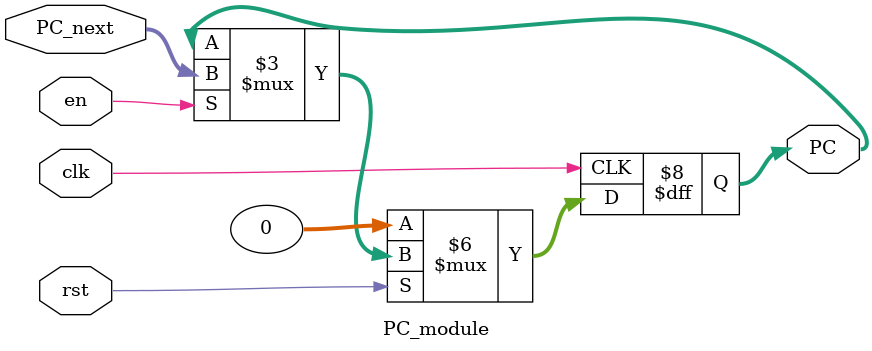
<source format=v>
module PC_module (input clk,
                  input rst,
                  input en,
                  input [31:0] PC_next,
                  output reg [31:0] PC);
    
    always @(posedge clk) begin
        if (!rst)
            PC <= 0;
        else if(en)
            PC <= PC_next;
    end
    
endmodule

</source>
